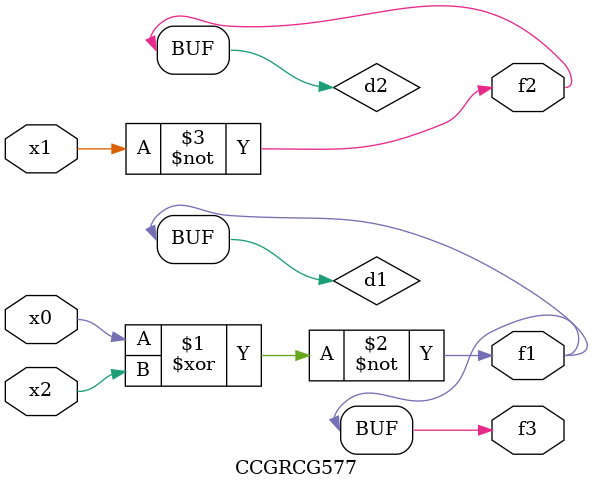
<source format=v>
module CCGRCG577(
	input x0, x1, x2,
	output f1, f2, f3
);

	wire d1, d2, d3;

	xnor (d1, x0, x2);
	nand (d2, x1);
	nor (d3, x1, x2);
	assign f1 = d1;
	assign f2 = d2;
	assign f3 = d1;
endmodule

</source>
